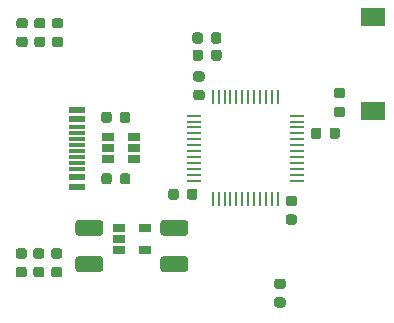
<source format=gbr>
G04 #@! TF.GenerationSoftware,KiCad,Pcbnew,5.1.8-db9833491~87~ubuntu20.04.1*
G04 #@! TF.CreationDate,2020-11-18T16:34:53+01:00*
G04 #@! TF.ProjectId,krieger,6b726965-6765-4722-9e6b-696361645f70,v1.0*
G04 #@! TF.SameCoordinates,Original*
G04 #@! TF.FileFunction,Paste,Top*
G04 #@! TF.FilePolarity,Positive*
%FSLAX46Y46*%
G04 Gerber Fmt 4.6, Leading zero omitted, Abs format (unit mm)*
G04 Created by KiCad (PCBNEW 5.1.8-db9833491~87~ubuntu20.04.1) date 2020-11-18 16:34:53*
%MOMM*%
%LPD*%
G01*
G04 APERTURE LIST*
%ADD10R,2.000000X1.500000*%
%ADD11R,1.450000X0.300000*%
%ADD12R,1.450000X0.600000*%
%ADD13R,1.300000X0.250000*%
%ADD14R,0.250000X1.300000*%
%ADD15R,1.060000X0.650000*%
G04 APERTURE END LIST*
D10*
X151830000Y-110370000D03*
X151830000Y-102370000D03*
D11*
X126735000Y-113250000D03*
X126735000Y-115250000D03*
X126735000Y-114750000D03*
X126735000Y-114250000D03*
X126735000Y-113750000D03*
X126735000Y-112750000D03*
X126735000Y-112250000D03*
X126735000Y-111750000D03*
D12*
X126735000Y-116750000D03*
X126735000Y-115950000D03*
X126735000Y-111050000D03*
X126735000Y-110250000D03*
X126735000Y-110250000D03*
X126735000Y-111050000D03*
X126735000Y-115950000D03*
X126735000Y-116750000D03*
D13*
X145350000Y-116250000D03*
X145350000Y-115750000D03*
X145350000Y-115250000D03*
X145350000Y-114750000D03*
X145350000Y-114250000D03*
X145350000Y-113750000D03*
X145350000Y-113250000D03*
X145350000Y-112750000D03*
X145350000Y-112250000D03*
X145350000Y-111750000D03*
X145350000Y-111250000D03*
X145350000Y-110750000D03*
D14*
X143750000Y-109150000D03*
X143250000Y-109150000D03*
X142750000Y-109150000D03*
X142250000Y-109150000D03*
X141750000Y-109150000D03*
X141250000Y-109150000D03*
X140750000Y-109150000D03*
X140250000Y-109150000D03*
X139750000Y-109150000D03*
X139250000Y-109150000D03*
X138750000Y-109150000D03*
X138250000Y-109150000D03*
D13*
X136650000Y-110750000D03*
X136650000Y-111250000D03*
X136650000Y-111750000D03*
X136650000Y-112250000D03*
X136650000Y-112750000D03*
X136650000Y-113250000D03*
X136650000Y-113750000D03*
X136650000Y-114250000D03*
X136650000Y-114750000D03*
X136650000Y-115250000D03*
X136650000Y-115750000D03*
X136650000Y-116250000D03*
D14*
X138250000Y-117850000D03*
X138750000Y-117850000D03*
X139250000Y-117850000D03*
X139750000Y-117850000D03*
X140250000Y-117850000D03*
X140750000Y-117850000D03*
X141250000Y-117850000D03*
X141750000Y-117850000D03*
X142250000Y-117850000D03*
X142750000Y-117850000D03*
X143250000Y-117850000D03*
X143750000Y-117850000D03*
G36*
G01*
X131275000Y-110643750D02*
X131275000Y-111156250D01*
G75*
G02*
X131056250Y-111375000I-218750J0D01*
G01*
X130618750Y-111375000D01*
G75*
G02*
X130400000Y-111156250I0J218750D01*
G01*
X130400000Y-110643750D01*
G75*
G02*
X130618750Y-110425000I218750J0D01*
G01*
X131056250Y-110425000D01*
G75*
G02*
X131275000Y-110643750I0J-218750D01*
G01*
G37*
G36*
G01*
X129700000Y-110643750D02*
X129700000Y-111156250D01*
G75*
G02*
X129481250Y-111375000I-218750J0D01*
G01*
X129043750Y-111375000D01*
G75*
G02*
X128825000Y-111156250I0J218750D01*
G01*
X128825000Y-110643750D01*
G75*
G02*
X129043750Y-110425000I218750J0D01*
G01*
X129481250Y-110425000D01*
G75*
G02*
X129700000Y-110643750I0J-218750D01*
G01*
G37*
G36*
G01*
X126874998Y-122665000D02*
X128725002Y-122665000D01*
G75*
G02*
X128975000Y-122914998I0J-249998D01*
G01*
X128975000Y-123740002D01*
G75*
G02*
X128725002Y-123990000I-249998J0D01*
G01*
X126874998Y-123990000D01*
G75*
G02*
X126625000Y-123740002I0J249998D01*
G01*
X126625000Y-122914998D01*
G75*
G02*
X126874998Y-122665000I249998J0D01*
G01*
G37*
G36*
G01*
X126874998Y-119590000D02*
X128725002Y-119590000D01*
G75*
G02*
X128975000Y-119839998I0J-249998D01*
G01*
X128975000Y-120665002D01*
G75*
G02*
X128725002Y-120915000I-249998J0D01*
G01*
X126874998Y-120915000D01*
G75*
G02*
X126625000Y-120665002I0J249998D01*
G01*
X126625000Y-119839998D01*
G75*
G02*
X126874998Y-119590000I249998J0D01*
G01*
G37*
G36*
G01*
X134074998Y-119587500D02*
X135925002Y-119587500D01*
G75*
G02*
X136175000Y-119837498I0J-249998D01*
G01*
X136175000Y-120662502D01*
G75*
G02*
X135925002Y-120912500I-249998J0D01*
G01*
X134074998Y-120912500D01*
G75*
G02*
X133825000Y-120662502I0J249998D01*
G01*
X133825000Y-119837498D01*
G75*
G02*
X134074998Y-119587500I249998J0D01*
G01*
G37*
G36*
G01*
X134074998Y-122662500D02*
X135925002Y-122662500D01*
G75*
G02*
X136175000Y-122912498I0J-249998D01*
G01*
X136175000Y-123737502D01*
G75*
G02*
X135925002Y-123987500I-249998J0D01*
G01*
X134074998Y-123987500D01*
G75*
G02*
X133825000Y-123737502I0J249998D01*
G01*
X133825000Y-122912498D01*
G75*
G02*
X134074998Y-122662500I249998J0D01*
G01*
G37*
G36*
G01*
X135370000Y-117153750D02*
X135370000Y-117666250D01*
G75*
G02*
X135151250Y-117885000I-218750J0D01*
G01*
X134713750Y-117885000D01*
G75*
G02*
X134495000Y-117666250I0J218750D01*
G01*
X134495000Y-117153750D01*
G75*
G02*
X134713750Y-116935000I218750J0D01*
G01*
X135151250Y-116935000D01*
G75*
G02*
X135370000Y-117153750I0J-218750D01*
G01*
G37*
G36*
G01*
X136945000Y-117153750D02*
X136945000Y-117666250D01*
G75*
G02*
X136726250Y-117885000I-218750J0D01*
G01*
X136288750Y-117885000D01*
G75*
G02*
X136070000Y-117666250I0J218750D01*
G01*
X136070000Y-117153750D01*
G75*
G02*
X136288750Y-116935000I218750J0D01*
G01*
X136726250Y-116935000D01*
G75*
G02*
X136945000Y-117153750I0J-218750D01*
G01*
G37*
G36*
G01*
X144653750Y-117545000D02*
X145166250Y-117545000D01*
G75*
G02*
X145385000Y-117763750I0J-218750D01*
G01*
X145385000Y-118201250D01*
G75*
G02*
X145166250Y-118420000I-218750J0D01*
G01*
X144653750Y-118420000D01*
G75*
G02*
X144435000Y-118201250I0J218750D01*
G01*
X144435000Y-117763750D01*
G75*
G02*
X144653750Y-117545000I218750J0D01*
G01*
G37*
G36*
G01*
X144653750Y-119120000D02*
X145166250Y-119120000D01*
G75*
G02*
X145385000Y-119338750I0J-218750D01*
G01*
X145385000Y-119776250D01*
G75*
G02*
X145166250Y-119995000I-218750J0D01*
G01*
X144653750Y-119995000D01*
G75*
G02*
X144435000Y-119776250I0J218750D01*
G01*
X144435000Y-119338750D01*
G75*
G02*
X144653750Y-119120000I218750J0D01*
G01*
G37*
G36*
G01*
X137336250Y-107870000D02*
X136823750Y-107870000D01*
G75*
G02*
X136605000Y-107651250I0J218750D01*
G01*
X136605000Y-107213750D01*
G75*
G02*
X136823750Y-106995000I218750J0D01*
G01*
X137336250Y-106995000D01*
G75*
G02*
X137555000Y-107213750I0J-218750D01*
G01*
X137555000Y-107651250D01*
G75*
G02*
X137336250Y-107870000I-218750J0D01*
G01*
G37*
G36*
G01*
X137336250Y-109445000D02*
X136823750Y-109445000D01*
G75*
G02*
X136605000Y-109226250I0J218750D01*
G01*
X136605000Y-108788750D01*
G75*
G02*
X136823750Y-108570000I218750J0D01*
G01*
X137336250Y-108570000D01*
G75*
G02*
X137555000Y-108788750I0J-218750D01*
G01*
X137555000Y-109226250D01*
G75*
G02*
X137336250Y-109445000I-218750J0D01*
G01*
G37*
G36*
G01*
X146565000Y-112506250D02*
X146565000Y-111993750D01*
G75*
G02*
X146783750Y-111775000I218750J0D01*
G01*
X147221250Y-111775000D01*
G75*
G02*
X147440000Y-111993750I0J-218750D01*
G01*
X147440000Y-112506250D01*
G75*
G02*
X147221250Y-112725000I-218750J0D01*
G01*
X146783750Y-112725000D01*
G75*
G02*
X146565000Y-112506250I0J218750D01*
G01*
G37*
G36*
G01*
X148140000Y-112506250D02*
X148140000Y-111993750D01*
G75*
G02*
X148358750Y-111775000I218750J0D01*
G01*
X148796250Y-111775000D01*
G75*
G02*
X149015000Y-111993750I0J-218750D01*
G01*
X149015000Y-112506250D01*
G75*
G02*
X148796250Y-112725000I-218750J0D01*
G01*
X148358750Y-112725000D01*
G75*
G02*
X148140000Y-112506250I0J218750D01*
G01*
G37*
G36*
G01*
X149236250Y-110865000D02*
X148723750Y-110865000D01*
G75*
G02*
X148505000Y-110646250I0J218750D01*
G01*
X148505000Y-110208750D01*
G75*
G02*
X148723750Y-109990000I218750J0D01*
G01*
X149236250Y-109990000D01*
G75*
G02*
X149455000Y-110208750I0J-218750D01*
G01*
X149455000Y-110646250D01*
G75*
G02*
X149236250Y-110865000I-218750J0D01*
G01*
G37*
G36*
G01*
X149236250Y-109290000D02*
X148723750Y-109290000D01*
G75*
G02*
X148505000Y-109071250I0J218750D01*
G01*
X148505000Y-108633750D01*
G75*
G02*
X148723750Y-108415000I218750J0D01*
G01*
X149236250Y-108415000D01*
G75*
G02*
X149455000Y-108633750I0J-218750D01*
G01*
X149455000Y-109071250D01*
G75*
G02*
X149236250Y-109290000I-218750J0D01*
G01*
G37*
G36*
G01*
X129700000Y-115843750D02*
X129700000Y-116356250D01*
G75*
G02*
X129481250Y-116575000I-218750J0D01*
G01*
X129043750Y-116575000D01*
G75*
G02*
X128825000Y-116356250I0J218750D01*
G01*
X128825000Y-115843750D01*
G75*
G02*
X129043750Y-115625000I218750J0D01*
G01*
X129481250Y-115625000D01*
G75*
G02*
X129700000Y-115843750I0J-218750D01*
G01*
G37*
G36*
G01*
X131275000Y-115843750D02*
X131275000Y-116356250D01*
G75*
G02*
X131056250Y-116575000I-218750J0D01*
G01*
X130618750Y-116575000D01*
G75*
G02*
X130400000Y-116356250I0J218750D01*
G01*
X130400000Y-115843750D01*
G75*
G02*
X130618750Y-115625000I218750J0D01*
G01*
X131056250Y-115625000D01*
G75*
G02*
X131275000Y-115843750I0J-218750D01*
G01*
G37*
G36*
G01*
X144196250Y-127005000D02*
X143683750Y-127005000D01*
G75*
G02*
X143465000Y-126786250I0J218750D01*
G01*
X143465000Y-126348750D01*
G75*
G02*
X143683750Y-126130000I218750J0D01*
G01*
X144196250Y-126130000D01*
G75*
G02*
X144415000Y-126348750I0J-218750D01*
G01*
X144415000Y-126786250D01*
G75*
G02*
X144196250Y-127005000I-218750J0D01*
G01*
G37*
G36*
G01*
X144196250Y-125430000D02*
X143683750Y-125430000D01*
G75*
G02*
X143465000Y-125211250I0J218750D01*
G01*
X143465000Y-124773750D01*
G75*
G02*
X143683750Y-124555000I218750J0D01*
G01*
X144196250Y-124555000D01*
G75*
G02*
X144415000Y-124773750I0J-218750D01*
G01*
X144415000Y-125211250D01*
G75*
G02*
X144196250Y-125430000I-218750J0D01*
G01*
G37*
G36*
G01*
X122366250Y-104945000D02*
X121853750Y-104945000D01*
G75*
G02*
X121635000Y-104726250I0J218750D01*
G01*
X121635000Y-104288750D01*
G75*
G02*
X121853750Y-104070000I218750J0D01*
G01*
X122366250Y-104070000D01*
G75*
G02*
X122585000Y-104288750I0J-218750D01*
G01*
X122585000Y-104726250D01*
G75*
G02*
X122366250Y-104945000I-218750J0D01*
G01*
G37*
G36*
G01*
X122366250Y-103370000D02*
X121853750Y-103370000D01*
G75*
G02*
X121635000Y-103151250I0J218750D01*
G01*
X121635000Y-102713750D01*
G75*
G02*
X121853750Y-102495000I218750J0D01*
G01*
X122366250Y-102495000D01*
G75*
G02*
X122585000Y-102713750I0J-218750D01*
G01*
X122585000Y-103151250D01*
G75*
G02*
X122366250Y-103370000I-218750J0D01*
G01*
G37*
G36*
G01*
X123866250Y-103370000D02*
X123353750Y-103370000D01*
G75*
G02*
X123135000Y-103151250I0J218750D01*
G01*
X123135000Y-102713750D01*
G75*
G02*
X123353750Y-102495000I218750J0D01*
G01*
X123866250Y-102495000D01*
G75*
G02*
X124085000Y-102713750I0J-218750D01*
G01*
X124085000Y-103151250D01*
G75*
G02*
X123866250Y-103370000I-218750J0D01*
G01*
G37*
G36*
G01*
X123866250Y-104945000D02*
X123353750Y-104945000D01*
G75*
G02*
X123135000Y-104726250I0J218750D01*
G01*
X123135000Y-104288750D01*
G75*
G02*
X123353750Y-104070000I218750J0D01*
G01*
X123866250Y-104070000D01*
G75*
G02*
X124085000Y-104288750I0J-218750D01*
G01*
X124085000Y-104726250D01*
G75*
G02*
X123866250Y-104945000I-218750J0D01*
G01*
G37*
G36*
G01*
X125366250Y-104945000D02*
X124853750Y-104945000D01*
G75*
G02*
X124635000Y-104726250I0J218750D01*
G01*
X124635000Y-104288750D01*
G75*
G02*
X124853750Y-104070000I218750J0D01*
G01*
X125366250Y-104070000D01*
G75*
G02*
X125585000Y-104288750I0J-218750D01*
G01*
X125585000Y-104726250D01*
G75*
G02*
X125366250Y-104945000I-218750J0D01*
G01*
G37*
G36*
G01*
X125366250Y-103370000D02*
X124853750Y-103370000D01*
G75*
G02*
X124635000Y-103151250I0J218750D01*
G01*
X124635000Y-102713750D01*
G75*
G02*
X124853750Y-102495000I218750J0D01*
G01*
X125366250Y-102495000D01*
G75*
G02*
X125585000Y-102713750I0J-218750D01*
G01*
X125585000Y-103151250D01*
G75*
G02*
X125366250Y-103370000I-218750J0D01*
G01*
G37*
G36*
G01*
X124783750Y-123560000D02*
X125296250Y-123560000D01*
G75*
G02*
X125515000Y-123778750I0J-218750D01*
G01*
X125515000Y-124216250D01*
G75*
G02*
X125296250Y-124435000I-218750J0D01*
G01*
X124783750Y-124435000D01*
G75*
G02*
X124565000Y-124216250I0J218750D01*
G01*
X124565000Y-123778750D01*
G75*
G02*
X124783750Y-123560000I218750J0D01*
G01*
G37*
G36*
G01*
X124783750Y-121985000D02*
X125296250Y-121985000D01*
G75*
G02*
X125515000Y-122203750I0J-218750D01*
G01*
X125515000Y-122641250D01*
G75*
G02*
X125296250Y-122860000I-218750J0D01*
G01*
X124783750Y-122860000D01*
G75*
G02*
X124565000Y-122641250I0J218750D01*
G01*
X124565000Y-122203750D01*
G75*
G02*
X124783750Y-121985000I218750J0D01*
G01*
G37*
D15*
X130300000Y-120250000D03*
X130300000Y-121200000D03*
X130300000Y-122150000D03*
X132500000Y-122150000D03*
X132500000Y-120250000D03*
X131600000Y-114450000D03*
X131600000Y-113500000D03*
X131600000Y-112550000D03*
X129400000Y-112550000D03*
X129400000Y-114450000D03*
X129400000Y-113500000D03*
G36*
G01*
X123273750Y-121985000D02*
X123786250Y-121985000D01*
G75*
G02*
X124005000Y-122203750I0J-218750D01*
G01*
X124005000Y-122641250D01*
G75*
G02*
X123786250Y-122860000I-218750J0D01*
G01*
X123273750Y-122860000D01*
G75*
G02*
X123055000Y-122641250I0J218750D01*
G01*
X123055000Y-122203750D01*
G75*
G02*
X123273750Y-121985000I218750J0D01*
G01*
G37*
G36*
G01*
X123273750Y-123560000D02*
X123786250Y-123560000D01*
G75*
G02*
X124005000Y-123778750I0J-218750D01*
G01*
X124005000Y-124216250D01*
G75*
G02*
X123786250Y-124435000I-218750J0D01*
G01*
X123273750Y-124435000D01*
G75*
G02*
X123055000Y-124216250I0J218750D01*
G01*
X123055000Y-123778750D01*
G75*
G02*
X123273750Y-123560000I218750J0D01*
G01*
G37*
G36*
G01*
X121783750Y-123560000D02*
X122296250Y-123560000D01*
G75*
G02*
X122515000Y-123778750I0J-218750D01*
G01*
X122515000Y-124216250D01*
G75*
G02*
X122296250Y-124435000I-218750J0D01*
G01*
X121783750Y-124435000D01*
G75*
G02*
X121565000Y-124216250I0J218750D01*
G01*
X121565000Y-123778750D01*
G75*
G02*
X121783750Y-123560000I218750J0D01*
G01*
G37*
G36*
G01*
X121783750Y-121985000D02*
X122296250Y-121985000D01*
G75*
G02*
X122515000Y-122203750I0J-218750D01*
G01*
X122515000Y-122641250D01*
G75*
G02*
X122296250Y-122860000I-218750J0D01*
G01*
X121783750Y-122860000D01*
G75*
G02*
X121565000Y-122641250I0J218750D01*
G01*
X121565000Y-122203750D01*
G75*
G02*
X121783750Y-121985000I218750J0D01*
G01*
G37*
G36*
G01*
X138985000Y-103923750D02*
X138985000Y-104436250D01*
G75*
G02*
X138766250Y-104655000I-218750J0D01*
G01*
X138328750Y-104655000D01*
G75*
G02*
X138110000Y-104436250I0J218750D01*
G01*
X138110000Y-103923750D01*
G75*
G02*
X138328750Y-103705000I218750J0D01*
G01*
X138766250Y-103705000D01*
G75*
G02*
X138985000Y-103923750I0J-218750D01*
G01*
G37*
G36*
G01*
X137410000Y-103923750D02*
X137410000Y-104436250D01*
G75*
G02*
X137191250Y-104655000I-218750J0D01*
G01*
X136753750Y-104655000D01*
G75*
G02*
X136535000Y-104436250I0J218750D01*
G01*
X136535000Y-103923750D01*
G75*
G02*
X136753750Y-103705000I218750J0D01*
G01*
X137191250Y-103705000D01*
G75*
G02*
X137410000Y-103923750I0J-218750D01*
G01*
G37*
G36*
G01*
X137420000Y-105383750D02*
X137420000Y-105896250D01*
G75*
G02*
X137201250Y-106115000I-218750J0D01*
G01*
X136763750Y-106115000D01*
G75*
G02*
X136545000Y-105896250I0J218750D01*
G01*
X136545000Y-105383750D01*
G75*
G02*
X136763750Y-105165000I218750J0D01*
G01*
X137201250Y-105165000D01*
G75*
G02*
X137420000Y-105383750I0J-218750D01*
G01*
G37*
G36*
G01*
X138995000Y-105383750D02*
X138995000Y-105896250D01*
G75*
G02*
X138776250Y-106115000I-218750J0D01*
G01*
X138338750Y-106115000D01*
G75*
G02*
X138120000Y-105896250I0J218750D01*
G01*
X138120000Y-105383750D01*
G75*
G02*
X138338750Y-105165000I218750J0D01*
G01*
X138776250Y-105165000D01*
G75*
G02*
X138995000Y-105383750I0J-218750D01*
G01*
G37*
M02*

</source>
